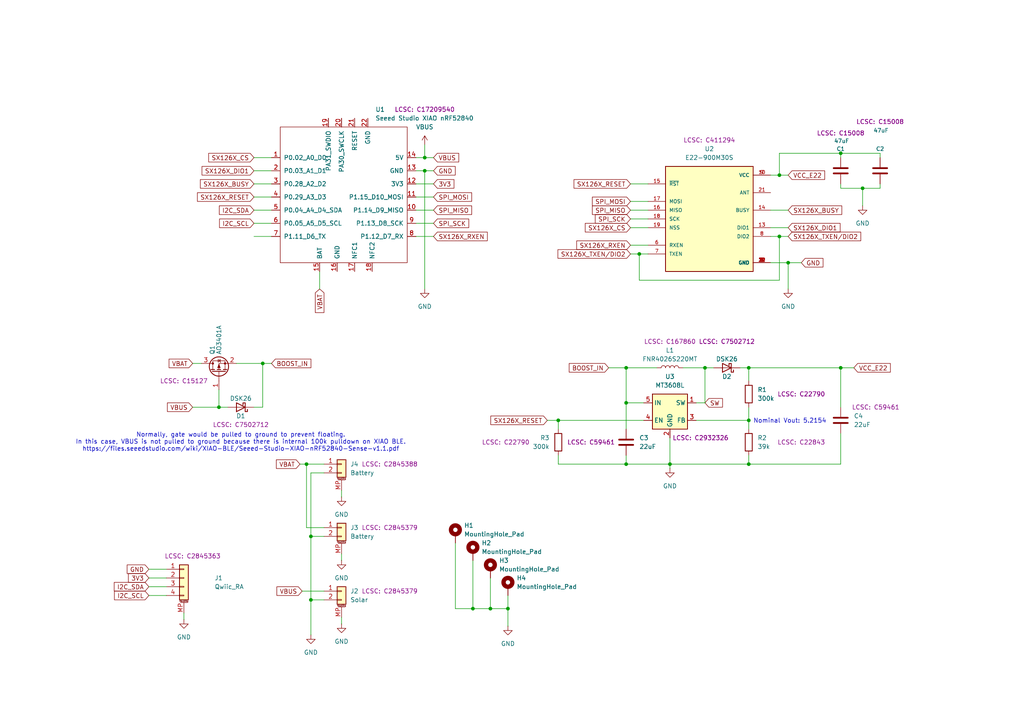
<source format=kicad_sch>
(kicad_sch (version 20250114) (generator "eeschema") (generator_version "9.0")
  (paper "A4")
  (title_block (title "Ikoka Nano Meshtastic Device") (date "2025-01-13") (rev "1") (company "ndoo.sg"))
  (lib_symbols
    (symbol "Connector_Generic_MountingPin:Conn_01x02_MountingPin" (pin_names (offset 1.016) (hide yes))
      (property "Reference" "J" (at 0 2.54 0))
      (property "Value" "Conn_01x02_MountingPin" (at 1.27 -5.08 0))
      (symbol "Conn_01x02_MountingPin_1_1"
        (rectangle (start -1.27 1.27) (end 1.27 -3.81) (stroke (width 0.254)) (fill (type background)))
        (rectangle (start -1.27 0.127) (end 0 -0.127) (stroke (width 0.1524)))
        (rectangle (start -1.27 -2.413) (end 0 -2.667) (stroke (width 0.1524)))
        (polyline (pts (xy -1.016 -4.572) (xy 1.016 -4.572)) (stroke (width 0.1524)))
        (text "Mounting" (at 0 -4.191 0) (effects (font (size 0.381 0.381))))
        (pin passive line (at -5.08 0 0) (length 3.81) (name "Pin_1") (number "1"))
        (pin passive line (at -5.08 -2.54 0) (length 3.81) (name "Pin_2") (number "2"))
        (pin passive line (at 0 -7.62 90) (length 3.048) (name "MountPin") (number "MP"))
      )
    )
    (symbol "Connector_Generic_MountingPin:Conn_01x04_MountingPin" (pin_names (offset 1.016) (hide yes))
      (property "Reference" "J" (at 0 5.08 0))
      (property "Value" "Conn_01x04_MountingPin" (at 1.27 -7.62 0))
      (symbol "Conn_01x04_MountingPin_1_1"
        (rectangle (start -1.27 3.81) (end 1.27 -6.35) (stroke (width 0.254)) (fill (type background)))
        (rectangle (start -1.27 2.667) (end 0 2.413) (stroke (width 0.1524)))
        (rectangle (start -1.27 0.127) (end 0 -0.127) (stroke (width 0.1524)))
        (rectangle (start -1.27 -2.413) (end 0 -2.667) (stroke (width 0.1524)))
        (rectangle (start -1.27 -4.953) (end 0 -5.207) (stroke (width 0.1524)))
        (polyline (pts (xy -1.016 -7.112) (xy 1.016 -7.112)) (stroke (width 0.1524)))
        (text "Mounting" (at 0 -6.731 0) (effects (font (size 0.381 0.381))))
        (pin passive line (at -5.08 2.54 0) (length 3.81) (name "Pin_1") (number "1"))
        (pin passive line (at -5.08 0 0) (length 3.81) (name "Pin_2") (number "2"))
        (pin passive line (at -5.08 -2.54 0) (length 3.81) (name "Pin_3") (number "3"))
        (pin passive line (at -5.08 -5.08 0) (length 3.81) (name "Pin_4") (number "4"))
        (pin passive line (at 0 -10.16 90) (length 3.048) (name "MountPin") (number "MP"))
      )
    )
    (symbol "Device:C" (pin_numbers (hide yes)) (pin_names (offset 0.254))
      (property "Reference" "C" (at 0.635 2.54 0))
      (property "Value" "C" (at 0.635 -2.54 0))
      (symbol "C_0_1"
        (polyline (pts (xy -2.032 0.762) (xy 2.032 0.762)) (stroke (width 0.508)))
        (polyline (pts (xy -2.032 -0.762) (xy 2.032 -0.762)) (stroke (width 0.508)))
      )
      (symbol "C_1_1"
        (pin passive line (at 0 3.81 270) (length 2.794) (name "~") (number "1"))
        (pin passive line (at 0 -3.81 90) (length 2.794) (name "~") (number "2"))
      )
    )
    (symbol "Device:D_Schottky" (pin_numbers (hide yes)) (pin_names (offset 1.016) (hide yes))
      (property "Reference" "D" (at 0 2.54 0))
      (property "Value" "D_Schottky" (at 0 -2.54 0))
      (symbol "D_Schottky_0_1"
        (polyline (pts (xy -1.905 0.635) (xy -1.905 1.27) (xy -1.27 1.27) (xy -1.27 -1.27) (xy -0.635 -1.27) (xy -0.635 -0.635)) (stroke (width 0.254)))
        (polyline (pts (xy 1.27 1.27) (xy 1.27 -1.27) (xy -1.27 0) (xy 1.27 1.27)) (stroke (width 0.254)))
        (polyline (pts (xy 1.27 0) (xy -1.27 0)))
      )
      (symbol "D_Schottky_1_1"
        (pin passive line (at -3.81 0 0) (length 2.54) (name "K") (number "1"))
        (pin passive line (at 3.81 0 180) (length 2.54) (name "A") (number "2"))
      )
    )
    (symbol "Device:L" (pin_numbers (hide yes)) (pin_names (offset 1.016) (hide yes))
      (property "Reference" "L" (at -1.27 0 90))
      (property "Value" "L" (at 1.905 0 90))
      (symbol "L_0_1"
        (arc (start 0 2.54) (mid 0.6323 1.905) (end 0 1.27))
        (arc (start 0 1.27) (mid 0.6323 0.635) (end 0 0))
        (arc (start 0 0) (mid 0.6323 -0.635) (end 0 -1.27))
        (arc (start 0 -1.27) (mid 0.6323 -1.905) (end 0 -2.54))
      )
      (symbol "L_1_1"
        (pin passive line (at 0 3.81 270) (length 1.27) (name "1") (number "1"))
        (pin passive line (at 0 -3.81 90) (length 1.27) (name "2") (number "2"))
      )
    )
    (symbol "Device:R" (pin_numbers (hide yes)) (pin_names (offset 0))
      (property "Reference" "R" (at 2.032 0 90))
      (property "Value" "R" (at 0 0 90))
      (symbol "R_0_1"
        (rectangle (start -1.016 -2.54) (end 1.016 2.54) (stroke (width 0.254)))
      )
      (symbol "R_1_1"
        (pin passive line (at 0 3.81 270) (length 1.27) (name "~") (number "1"))
        (pin passive line (at 0 -3.81 90) (length 1.27) (name "~") (number "2"))
      )
    )
    (symbol "E22-900M30S:E22-900M30S" (pin_names (offset 1.016))
      (property "Reference" "U" (at -12.7 16.002 0))
      (property "Value" "E22-900M30S" (at -12.7 -17.78 0))
      (symbol "E22-900M30S_0_0"
        (rectangle (start -12.7 -15.24) (end 12.7 15.24) (stroke (width 0.254)) (fill (type background)))
        (pin input line (at -17.78 10.16 0) (length 5.08) (name "~{RST}") (number "15"))
        (pin input line (at -17.78 5.08 0) (length 5.08) (name "MOSI") (number "17"))
        (pin output line (at -17.78 2.54 0) (length 5.08) (name "MISO") (number "16"))
        (pin input line (at -17.78 0 0) (length 5.08) (name "SCK") (number "18"))
        (pin input line (at -17.78 -2.54 0) (length 5.08) (name "NSS") (number "19"))
        (pin input line (at -17.78 -7.62 0) (length 5.08) (name "RXEN") (number "6"))
        (pin input line (at -17.78 -10.16 0) (length 5.08) (name "TXEN") (number "7"))
        (pin power_in line (at 17.78 12.7 180) (length 5.08) (name "VCC") (number "10"))
        (pin power_in line (at 17.78 12.7 180) (length 5.08) (name "VCC") (number "9"))
        (pin output line (at 17.78 7.62 180) (length 5.08) (name "ANT") (number "21"))
        (pin output line (at 17.78 2.54 180) (length 5.08) (name "BUSY") (number "14"))
        (pin bidirectional line (at 17.78 -2.54 180) (length 5.08) (name "DIO1") (number "13"))
        (pin bidirectional line (at 17.78 -5.08 180) (length 5.08) (name "DIO2") (number "8"))
        (pin power_in line (at 17.78 -12.7 180) (length 5.08) (name "GND") (number "1"))
        (pin power_in line (at 17.78 -12.7 180) (length 5.08) (name "GND") (number "11"))
        (pin power_in line (at 17.78 -12.7 180) (length 5.08) (name "GND") (number "12"))
        (pin power_in line (at 17.78 -12.7 180) (length 5.08) (name "GND") (number "2"))
        (pin power_in line (at 17.78 -12.7 180) (length 5.08) (name "GND") (number "20"))
        (pin power_in line (at 17.78 -12.7 180) (length 5.08) (name "GND") (number "22"))
        (pin power_in line (at 17.78 -12.7 180) (length 5.08) (name "GND") (number "3"))
        (pin power_in line (at 17.78 -12.7 180) (length 5.08) (name "GND") (number "4"))
        (pin power_in line (at 17.78 -12.7 180) (length 5.08) (name "GND") (number "5"))
      )
    )
    (symbol "Mechanical:MountingHole_Pad" (pin_numbers (hide yes)) (pin_names (offset 1.016) (hide yes)) (exclude_from_sim yes) (in_bom no)
      (property "Reference" "H" (at 0 6.35 0))
      (property "Value" "MountingHole_Pad" (at 0 4.445 0))
      (symbol "MountingHole_Pad_0_1"
        (circle (center 0 1.27) (radius 1.27) (stroke (width 1.27)))
      )
      (symbol "MountingHole_Pad_1_1"
        (pin input line (at 0 -2.54 90) (length 2.54) (name "1") (number "1"))
      )
    )
    (symbol "Regulator_Switching:MT3608"
      (property "Reference" "U" (at -2.54 8.89 0))
      (property "Value" "MT3608" (at -3.81 6.35 0))
      (symbol "MT3608_0_1"
        (rectangle (start -5.08 5.08) (end 5.08 -5.08) (stroke (width 0.254)) (fill (type background)))
      )
      (symbol "MT3608_1_1"
        (pin power_in line (at -7.62 2.54 0) (length 2.54) (name "IN") (number "5"))
        (pin input line (at -7.62 -2.54 0) (length 2.54) (name "EN") (number "4"))
        (pin power_in line (at 0 -7.62 90) (length 2.54) (name "GND") (number "2"))
        (pin no_connect line (at 5.08 0 180) (length 2.54) (hide yes) (name "NC") (number "6"))
        (pin passive line (at 7.62 2.54 180) (length 2.54) (name "SW") (number "1"))
        (pin input line (at 7.62 -2.54 180) (length 2.54) (name "FB") (number "3"))
      )
    )
    (symbol "Seeed_Studio_XIAO_Series:XIAO-nRF52840-SMD" (pin_names (offset 1.016))
      (property "Reference" "U" (at -18.542 23.114 0))
      (property "Value" "XIAO-nRF52840-SMD" (at -8.636 21.336 0))
      (symbol "XIAO-nRF52840-SMD_0_1"
        (rectangle (start -19.05 20.32) (end 17.78 -19.05))
      )
      (symbol "XIAO-nRF52840-SMD_1_1"
        (pin passive line (at -21.59 11.43 0) (length 2.54) (name "P0.02_A0_D0") (number "1"))
        (pin passive line (at -21.59 7.62 0) (length 2.54) (name "P0.03_A1_D1") (number "2"))
        (pin passive line (at -21.59 3.81 0) (length 2.54) (name "P0.28_A2_D2") (number "3"))
        (pin passive line (at -21.59 0 0) (length 2.54) (name "P0.29_A3_D3") (number "4"))
        (pin passive line (at -21.59 -3.81 0) (length 2.54) (name "P0.04_A4_D4_SDA") (number "5"))
        (pin passive line (at -21.59 -7.62 0) (length 2.54) (name "P0.05_A5_D5_SCL") (number "6"))
        (pin passive line (at -21.59 -11.43 0) (length 2.54) (name "P1.11_D6_TX") (number "7"))
        (pin passive line (at -7.62 -21.59 90) (length 2.54) (name "BAT") (number "15"))
        (pin passive line (at -5.08 22.86 270) (length 2.54) (name "PA31_SWDIO") (number "19"))
        (pin passive line (at -2.54 -21.59 90) (length 2.54) (name "GND") (number "16"))
        (pin passive line (at -1.27 22.86 270) (length 2.54) (name "PA30_SWCLK") (number "20"))
        (pin passive line (at 2.54 22.86 270) (length 2.54) (name "RESET") (number "21"))
        (pin passive line (at 2.54 -21.59 90) (length 2.54) (name "NFC1") (number "17"))
        (pin passive line (at 6.35 22.86 270) (length 2.54) (name "GND") (number "22"))
        (pin passive line (at 7.62 -21.59 90) (length 2.54) (name "NFC2") (number "18"))
        (pin passive line (at 20.32 11.43 180) (length 2.54) (name "5V") (number "14"))
        (pin passive line (at 20.32 7.62 180) (length 2.54) (name "GND") (number "13"))
        (pin passive line (at 20.32 3.81 180) (length 2.54) (name "3V3") (number "12"))
        (pin passive line (at 20.32 0 180) (length 2.54) (name "P1.15_D10_MOSI") (number "11"))
        (pin passive line (at 20.32 -3.81 180) (length 2.54) (name "P1.14_D9_MISO") (number "10"))
        (pin passive line (at 20.32 -7.62 180) (length 2.54) (name "P1.13_D8_SCK") (number "9"))
        (pin passive line (at 20.32 -11.43 180) (length 2.54) (name "P1.12_D7_RX") (number "8"))
      )
    )
    (symbol "Transistor_FET:AO3401A" (pin_names (hide yes))
      (property "Reference" "Q" (at 5.08 1.905 0))
      (property "Value" "AO3401A" (at 5.08 0 0))
      (symbol "AO3401A_0_1"
        (polyline (pts (xy 0.254 1.905) (xy 0.254 -1.905)) (stroke (width 0.254)))
        (polyline (pts (xy 0.254 0) (xy -2.54 0)))
        (polyline (pts (xy 0.762 2.286) (xy 0.762 1.27)) (stroke (width 0.254)))
        (polyline (pts (xy 0.762 1.778) (xy 3.302 1.778) (xy 3.302 -1.778) (xy 0.762 -1.778)))
        (polyline (pts (xy 0.762 0.508) (xy 0.762 -0.508)) (stroke (width 0.254)))
        (polyline (pts (xy 0.762 -1.27) (xy 0.762 -2.286)) (stroke (width 0.254)))
        (circle (center 1.651 0) (radius 2.794) (stroke (width 0.254)))
        (polyline (pts (xy 2.286 0) (xy 1.27 0.381) (xy 1.27 -0.381) (xy 2.286 0)) (fill (type outline)))
        (polyline (pts (xy 2.54 2.54) (xy 2.54 1.778)))
        (circle (center 2.54 1.778) (radius 0.254) (fill (type outline)))
        (circle (center 2.54 -1.778) (radius 0.254) (fill (type outline)))
        (polyline (pts (xy 2.54 -2.54) (xy 2.54 0) (xy 0.762 0)))
        (polyline (pts (xy 2.794 -0.508) (xy 2.921 -0.381) (xy 3.683 -0.381) (xy 3.81 -0.254)))
        (polyline (pts (xy 3.302 -0.381) (xy 2.921 0.254) (xy 3.683 0.254) (xy 3.302 -0.381)))
      )
      (symbol "AO3401A_1_1"
        (pin input line (at -5.08 0 0) (length 2.54) (name "G") (number "1"))
        (pin passive line (at 2.54 5.08 270) (length 2.54) (name "D") (number "3"))
        (pin passive line (at 2.54 -5.08 90) (length 2.54) (name "S") (number "2"))
      )
    )
    (symbol "power:GND" (power) (pin_numbers (hide yes)) (pin_names (offset 0) (hide yes))
      (property "Value" "GND" (at 0 -3.81 0))
      (symbol "GND_0_1"
        (polyline (pts (xy 0 0) (xy 0 -1.27) (xy 1.27 -1.27) (xy 0 -2.54) (xy -1.27 -1.27) (xy 0 -1.27)))
      )
      (symbol "GND_1_1"
        (pin power_in line (at 0 0 270) (length 0) (name "~") (number "1"))
      )
    )
    (symbol "power:VBUS" (power) (pin_numbers (hide yes)) (pin_names (offset 0) (hide yes))
      (property "Value" "VBUS" (at 0 3.556 0))
      (symbol "VBUS_0_1"
        (polyline (pts (xy -0.762 1.27) (xy 0 2.54)))
        (polyline (pts (xy 0 2.54) (xy 0.762 1.27)))
        (polyline (pts (xy 0 0) (xy 0 2.54)))
      )
      (symbol "VBUS_1_1"
        (pin power_in line (at 0 0 90) (length 0) (name "~") (number "1"))
      )
    )
  )
  (text "Nominal Vout: 5.2154" (at 229.108 122.174 0) (effects (font (size 1.27 1.27))))
  (text "Normally, gate would be pulled to ground to prevent floating.\nIn this case, VBUS is not pulled to ground because there is internal 100k pulldown on XIAO BLE.\nhttps://files.seeedstudio.com/wiki/XIAO-BLE/Seeed-Studio-XIAO-nRF52840-Sense-v1.1.pdf" (at 69.85 128.27 0) (effects (font (size 1.27 1.27))))
  (junction (at 217.17 134.62))
  (junction (at 123.19 45.72))
  (junction (at 142.24 176.53))
  (junction (at 90.17 173.99))
  (junction (at 243.84 44.45))
  (junction (at 250.19 54.61))
  (junction (at 76.2 105.41))
  (junction (at 137.16 176.53))
  (junction (at 88.9 134.62))
  (junction (at 226.06 68.58))
  (junction (at 181.61 106.68))
  (junction (at 90.17 155.575))
  (junction (at 204.47 106.68))
  (junction (at 181.61 134.62))
  (junction (at 194.31 134.62))
  (junction (at 123.19 49.53))
  (junction (at 147.32 176.53))
  (junction (at 181.61 116.84))
  (junction (at 243.84 106.68))
  (junction (at 161.925 121.92))
  (junction (at 228.6 76.2))
  (junction (at 226.06 50.8))
  (junction (at 185.42 73.66))
  (junction (at 217.17 106.68))
  (junction (at 217.17 121.92))
  (junction (at 63.5 118.11))
  (wire (pts (xy 132.08 176.53) (xy 137.16 176.53)))
  (wire (pts (xy 76.2 105.41) (xy 76.2 118.11)))
  (wire (pts (xy 201.93 116.84) (xy 204.47 116.84)))
  (wire (pts (xy 181.61 132.08) (xy 181.61 134.62)))
  (wire (pts (xy 86.995 134.62) (xy 88.9 134.62)))
  (wire (pts (xy 255.27 44.45) (xy 255.27 45.72)))
  (wire (pts (xy 226.06 68.58) (xy 228.6 68.58)))
  (wire (pts (xy 43.18 172.72) (xy 48.26 172.72)))
  (wire (pts (xy 161.925 132.08) (xy 161.925 134.62)))
  (wire (pts (xy 243.84 134.62) (xy 217.17 134.62)))
  (wire (pts (xy 147.32 172.72) (xy 147.32 176.53)))
  (wire (pts (xy 201.93 121.92) (xy 217.17 121.92)))
  (wire (pts (xy 161.925 121.92) (xy 161.925 124.46)))
  (wire (pts (xy 226.06 50.8) (xy 226.06 44.45)))
  (wire (pts (xy 255.27 54.61) (xy 255.27 53.34)))
  (wire (pts (xy 243.84 125.73) (xy 243.84 134.62)))
  (wire (pts (xy 147.32 176.53) (xy 147.32 181.61)))
  (wire (pts (xy 217.17 121.92) (xy 217.17 118.11)))
  (wire (pts (xy 73.66 68.58) (xy 78.74 68.58)))
  (wire (pts (xy 68.58 105.41) (xy 76.2 105.41)))
  (wire (pts (xy 243.84 54.61) (xy 250.19 54.61)))
  (wire (pts (xy 181.61 134.62) (xy 194.31 134.62)))
  (wire (pts (xy 185.42 73.66) (xy 187.96 73.66)))
  (wire (pts (xy 223.52 50.8) (xy 226.06 50.8)))
  (wire (pts (xy 88.9 153.035) (xy 93.98 153.035)))
  (wire (pts (xy 120.65 64.77) (xy 125.73 64.77)))
  (wire (pts (xy 76.2 118.11) (xy 73.66 118.11)))
  (wire (pts (xy 217.17 110.49) (xy 217.17 106.68)))
  (wire (pts (xy 182.88 53.34) (xy 187.96 53.34)))
  (wire (pts (xy 120.65 45.72) (xy 123.19 45.72)))
  (wire (pts (xy 190.5 106.68) (xy 181.61 106.68)))
  (wire (pts (xy 142.24 167.64) (xy 142.24 176.53)))
  (wire (pts (xy 120.65 57.15) (xy 125.73 57.15)))
  (wire (pts (xy 120.65 60.96) (xy 125.73 60.96)))
  (wire (pts (xy 181.61 106.68) (xy 181.61 116.84)))
  (wire (pts (xy 185.42 73.66) (xy 185.42 81.28)))
  (wire (pts (xy 123.19 45.72) (xy 125.73 45.72)))
  (wire (pts (xy 73.66 53.34) (xy 78.74 53.34)))
  (wire (pts (xy 182.88 60.96) (xy 187.96 60.96)))
  (wire (pts (xy 90.17 137.16) (xy 90.17 155.575)))
  (wire (pts (xy 43.18 167.64) (xy 48.26 167.64)))
  (wire (pts (xy 88.9 134.62) (xy 88.9 153.035)))
  (wire (pts (xy 92.71 78.74) (xy 92.71 83.82)))
  (wire (pts (xy 243.84 54.61) (xy 243.84 53.34)))
  (wire (pts (xy 181.61 116.84) (xy 181.61 124.46)))
  (wire (pts (xy 181.61 116.84) (xy 186.69 116.84)))
  (wire (pts (xy 223.52 60.96) (xy 228.6 60.96)))
  (wire (pts (xy 250.19 54.61) (xy 250.19 59.69)))
  (wire (pts (xy 250.19 54.61) (xy 255.27 54.61)))
  (wire (pts (xy 87.63 171.45) (xy 93.98 171.45)))
  (wire (pts (xy 217.17 106.68) (xy 243.84 106.68)))
  (wire (pts (xy 73.66 45.72) (xy 78.74 45.72)))
  (wire (pts (xy 158.75 121.92) (xy 161.925 121.92)))
  (wire (pts (xy 243.84 106.68) (xy 243.84 118.11)))
  (wire (pts (xy 93.98 155.575) (xy 90.17 155.575)))
  (wire (pts (xy 204.47 116.84) (xy 204.47 106.68)))
  (wire (pts (xy 217.17 106.68) (xy 214.63 106.68)))
  (wire (pts (xy 194.31 127) (xy 194.31 134.62)))
  (wire (pts (xy 182.88 63.5) (xy 187.96 63.5)))
  (wire (pts (xy 176.53 106.68) (xy 181.61 106.68)))
  (wire (pts (xy 137.16 176.53) (xy 142.24 176.53)))
  (wire (pts (xy 137.16 162.56) (xy 137.16 176.53)))
  (wire (pts (xy 93.98 134.62) (xy 88.9 134.62)))
  (wire (pts (xy 43.18 165.1) (xy 48.26 165.1)))
  (wire (pts (xy 228.6 76.2) (xy 228.6 83.82)))
  (wire (pts (xy 204.47 106.68) (xy 198.12 106.68)))
  (wire (pts (xy 182.88 66.04) (xy 187.96 66.04)))
  (wire (pts (xy 228.6 76.2) (xy 232.41 76.2)))
  (wire (pts (xy 243.84 106.68) (xy 247.65 106.68)))
  (wire (pts (xy 161.925 121.92) (xy 186.69 121.92)))
  (wire (pts (xy 120.65 53.34) (xy 125.73 53.34)))
  (wire (pts (xy 99.06 179.07) (xy 99.06 180.975)))
  (wire (pts (xy 217.17 132.08) (xy 217.17 134.62)))
  (wire (pts (xy 73.66 49.53) (xy 78.74 49.53)))
  (wire (pts (xy 182.88 58.42) (xy 187.96 58.42)))
  (wire (pts (xy 223.52 66.04) (xy 228.6 66.04)))
  (wire (pts (xy 53.34 177.8) (xy 53.34 179.705)))
  (wire (pts (xy 55.88 105.41) (xy 58.42 105.41)))
  (wire (pts (xy 217.17 121.92) (xy 217.17 124.46)))
  (wire (pts (xy 55.88 118.11) (xy 63.5 118.11)))
  (wire (pts (xy 73.66 64.77) (xy 78.74 64.77)))
  (wire (pts (xy 120.65 49.53) (xy 123.19 49.53)))
  (wire (pts (xy 182.88 73.66) (xy 185.42 73.66)))
  (wire (pts (xy 132.08 157.48) (xy 132.08 176.53)))
  (wire (pts (xy 204.47 106.68) (xy 207.01 106.68)))
  (wire (pts (xy 76.2 105.41) (xy 78.74 105.41)))
  (wire (pts (xy 43.18 170.18) (xy 48.26 170.18)))
  (wire (pts (xy 90.17 173.99) (xy 93.98 173.99)))
  (wire (pts (xy 63.5 118.11) (xy 66.04 118.11)))
  (wire (pts (xy 223.52 76.2) (xy 228.6 76.2)))
  (wire (pts (xy 93.98 137.16) (xy 90.17 137.16)))
  (wire (pts (xy 73.66 57.15) (xy 78.74 57.15)))
  (wire (pts (xy 217.17 134.62) (xy 194.31 134.62)))
  (wire (pts (xy 185.42 81.28) (xy 226.06 81.28)))
  (wire (pts (xy 90.17 173.99) (xy 90.17 184.15)))
  (wire (pts (xy 123.19 49.53) (xy 125.73 49.53)))
  (wire (pts (xy 99.06 142.24) (xy 99.06 144.145)))
  (wire (pts (xy 255.27 44.45) (xy 243.84 44.45)))
  (wire (pts (xy 120.65 68.58) (xy 125.73 68.58)))
  (wire (pts (xy 123.19 41.91) (xy 123.19 45.72)))
  (wire (pts (xy 142.24 176.53) (xy 147.32 176.53)))
  (wire (pts (xy 243.84 45.72) (xy 243.84 44.45)))
  (wire (pts (xy 161.925 134.62) (xy 181.61 134.62)))
  (wire (pts (xy 226.06 81.28) (xy 226.06 68.58)))
  (wire (pts (xy 90.17 155.575) (xy 90.17 173.99)))
  (wire (pts (xy 123.19 49.53) (xy 123.19 83.82)))
  (wire (pts (xy 226.06 50.8) (xy 228.6 50.8)))
  (wire (pts (xy 226.06 44.45) (xy 243.84 44.45)))
  (wire (pts (xy 73.66 60.96) (xy 78.74 60.96)))
  (wire (pts (xy 194.31 134.62) (xy 194.31 135.89)))
  (wire (pts (xy 99.06 160.655) (xy 99.06 162.56)))
  (wire (pts (xy 223.52 68.58) (xy 226.06 68.58)))
  (wire (pts (xy 182.88 71.12) (xy 187.96 71.12)))
  (wire (pts (xy 63.5 113.03) (xy 63.5 118.11)))
  (global_label "VBAT" (shape input) (at 92.71 83.82 270) (property "Intersheetrefs" "${INTERSHEET_REFS}" (effects (hide yes))))
  (global_label "BOOST_IN" (shape input) (at 176.53 106.68 180) (property "Intersheetrefs" "${INTERSHEET_REFS}" (effects (hide yes))))
  (global_label "SPI_MOSI" (shape input) (at 125.73 57.15 0) (property "Intersheetrefs" "${INTERSHEET_REFS}" (effects (hide yes))))
  (global_label "I2C_SCL" (shape input) (at 73.66 64.77 180) (property "Intersheetrefs" "${INTERSHEET_REFS}" (effects (hide yes))))
  (global_label "SX126X_BUSY" (shape input) (at 228.6 60.96 0) (property "Intersheetrefs" "${INTERSHEET_REFS}" (effects (hide yes))))
  (global_label "GND" (shape input) (at 232.41 76.2 0) (property "Intersheetrefs" "${INTERSHEET_REFS}" (effects (hide yes))))
  (global_label "SX126X_RXEN" (shape input) (at 182.88 71.12 180) (property "Intersheetrefs" "${INTERSHEET_REFS}" (effects (hide yes))))
  (global_label "SX126X_DIO1" (shape input) (at 228.6 66.04 0) (property "Intersheetrefs" "${INTERSHEET_REFS}" (effects (hide yes))))
  (global_label "SX126X_DIO1" (shape input) (at 73.66 49.53 180) (property "Intersheetrefs" "${INTERSHEET_REFS}" (effects (hide yes))))
  (global_label "SX126X_BUSY" (shape input) (at 73.66 53.34 180) (property "Intersheetrefs" "${INTERSHEET_REFS}" (effects (hide yes))))
  (global_label "SPI_SCK" (shape input) (at 182.88 63.5 180) (property "Intersheetrefs" "${INTERSHEET_REFS}" (effects (hide yes))))
  (global_label "VBAT" (shape input) (at 86.995 134.62 180) (property "Intersheetrefs" "${INTERSHEET_REFS}" (effects (hide yes))))
  (global_label "SX126X_CS" (shape input) (at 182.88 66.04 180) (property "Intersheetrefs" "${INTERSHEET_REFS}" (effects (hide yes))))
  (global_label "GND" (shape input) (at 43.18 165.1 180) (property "Intersheetrefs" "${INTERSHEET_REFS}" (effects (hide yes))))
  (global_label "SPI_MISO" (shape input) (at 182.88 60.96 180) (property "Intersheetrefs" "${INTERSHEET_REFS}" (effects (hide yes))))
  (global_label "3V3" (shape input) (at 125.73 53.34 0) (property "Intersheetrefs" "${INTERSHEET_REFS}" (effects (hide yes))))
  (global_label "VBAT" (shape input) (at 55.88 105.41 180) (property "Intersheetrefs" "${INTERSHEET_REFS}" (effects (hide yes))))
  (global_label "3V3" (shape input) (at 43.18 167.64 180) (property "Intersheetrefs" "${INTERSHEET_REFS}" (effects (hide yes))))
  (global_label "SX126X_TXEN{slash}DIO2" (shape input) (at 228.6 68.58 0) (property "Intersheetrefs" "${INTERSHEET_REFS}" (effects (hide yes))))
  (global_label "VCC_E22" (shape input) (at 228.6 50.8 0) (property "Intersheetrefs" "${INTERSHEET_REFS}" (effects (hide yes))))
  (global_label "I2C_SDA" (shape input) (at 43.18 170.18 180) (property "Intersheetrefs" "${INTERSHEET_REFS}" (effects (hide yes))))
  (global_label "VCC_E22" (shape input) (at 247.65 106.68 0) (property "Intersheetrefs" "${INTERSHEET_REFS}" (effects (hide yes))))
  (global_label "SX126X_TXEN{slash}DIO2" (shape input) (at 182.88 73.66 180) (property "Intersheetrefs" "${INTERSHEET_REFS}" (effects (hide yes))))
  (global_label "SX126X_RXEN" (shape input) (at 125.73 68.58 0) (property "Intersheetrefs" "${INTERSHEET_REFS}" (effects (hide yes))))
  (global_label "BOOST_IN" (shape input) (at 78.74 105.41 0) (property "Intersheetrefs" "${INTERSHEET_REFS}" (effects (hide yes))))
  (global_label "SPI_MISO" (shape input) (at 125.73 60.96 0) (property "Intersheetrefs" "${INTERSHEET_REFS}" (effects (hide yes))))
  (global_label "I2C_SDA" (shape input) (at 73.66 60.96 180) (property "Intersheetrefs" "${INTERSHEET_REFS}" (effects (hide yes))))
  (global_label "SX126X_RESET" (shape input) (at 158.75 121.92 180) (property "Intersheetrefs" "${INTERSHEET_REFS}" (effects (hide yes))))
  (global_label "SX126X_RESET" (shape input) (at 182.88 53.34 180) (property "Intersheetrefs" "${INTERSHEET_REFS}" (effects (hide yes))))
  (global_label "SPI_MOSI" (shape input) (at 182.88 58.42 180) (property "Intersheetrefs" "${INTERSHEET_REFS}" (effects (hide yes))))
  (global_label "VBUS" (shape input) (at 55.88 118.11 180) (property "Intersheetrefs" "${INTERSHEET_REFS}" (effects (hide yes))))
  (global_label "I2C_SCL" (shape input) (at 43.18 172.72 180) (property "Intersheetrefs" "${INTERSHEET_REFS}" (effects (hide yes))))
  (global_label "SW" (shape input) (at 204.47 116.84 0) (property "Intersheetrefs" "${INTERSHEET_REFS}" (effects (hide yes))))
  (global_label "VBUS" (shape input) (at 87.63 171.45 180) (property "Intersheetrefs" "${INTERSHEET_REFS}" (effects (hide yes))))
  (global_label "SPI_SCK" (shape input) (at 125.73 64.77 0) (property "Intersheetrefs" "${INTERSHEET_REFS}" (effects (hide yes))))
  (global_label "GND" (shape input) (at 125.73 49.53 0) (property "Intersheetrefs" "${INTERSHEET_REFS}" (effects (hide yes))))
  (global_label "VBUS" (shape input) (at 125.73 45.72 0) (property "Intersheetrefs" "${INTERSHEET_REFS}" (effects (hide yes))))
  (global_label "SX126X_RESET" (shape input) (at 73.66 57.15 180) (property "Intersheetrefs" "${INTERSHEET_REFS}" (effects (hide yes))))
  (global_label "SX126X_CS" (shape input) (at 73.66 45.72 180) (property "Intersheetrefs" "${INTERSHEET_REFS}" (effects (hide yes))))
  (symbol (lib_id "Device:L") (at 194.31 106.68 90) (unit 1)
    (property "Reference" "L1" (at 194.31 101.6 90))
    (property "Value" "FNR4026S220MT" (at 194.31 104.14 90))
    (property "Footprint" "Inductor_SMD:L_Changjiang_FNR4026S" (effects (hide yes)))
    (property "Description" "Inductor" (effects (hide yes)))
    (property "MPN" "SMMS0650-220M" (effects (hide yes)))
    (property "LCSC" "C167860" (at 194.31 99.06 90) (show_name yes))
  )
  (symbol (lib_id "Connector_Generic_MountingPin:Conn_01x02_MountingPin") (at 99.06 153.035 0) (unit 1)
    (property "Reference" "J3" (at 101.6 153.0349 0) (effects (justify left)))
    (property "Value" "Battery" (at 101.6 155.5749 0) (effects (justify left)))
    (property "Footprint" "Connector_Molex:Molex_PicoBlade_53261-0271_1x02-1MP_P1.25mm_Horizontal" (effects (hide yes)))
    (property "Description" "Generic connectable mounting pin connector, single row, 01x02, script generated (kicad-library-utils/schlib/autogen/connector/)" (effects (hide yes)))
    (property "LCSC" "C2845379" (at 113.03 153.035 0) (show_name yes))
  )
  (symbol (lib_id "Device:D_Schottky") (at 210.82 106.68 180) (unit 1)
    (property "Reference" "D2" (at 210.82 109.22 0))
    (property "Value" "DSK26" (at 210.82 104.14 0))
    (property "Footprint" "Diode_SMD:D_SOD-123F" (effects (hide yes)))
    (property "Description" "Schottky diode" (effects (hide yes)))
    (property "LCSC" "C7502712" (at 210.82 99.06 0) (show_name yes))
  )
  (symbol (lib_id "Device:D_Schottky") (at 69.85 118.11 180) (unit 1)
    (property "Reference" "D1" (at 69.85 120.65 0))
    (property "Value" "DSK26" (at 69.85 115.57 0))
    (property "Footprint" "Diode_SMD:D_SOD-123F" (effects (hide yes)))
    (property "Description" "Schottky diode" (effects (hide yes)))
    (property "LCSC" "C7502712" (at 69.85 123.19 0) (show_name yes))
  )
  (symbol (lib_id "Device:R") (at 161.925 128.27 0) (mirror y) (unit 1)
    (property "Reference" "R3" (at 159.385 126.9999 0) (effects (justify left)))
    (property "Value" "300k" (at 159.385 129.5399 0) (effects (justify left)))
    (property "Footprint" "Resistor_SMD:R_0603_1608Metric_Pad0.98x0.95mm_HandSolder" (effects (hide yes)))
    (property "Description" "Resistor" (effects (hide yes)))
    (property "MPN" "0603WAF1502T5E" (effects (hide yes)))
    (property "LCSC" "C22790" (at 146.685 128.27 0) (show_name yes))
  )
  (symbol (lib_id "Device:R") (at 217.17 128.27 0) (unit 1)
    (property "Reference" "R2" (at 219.71 126.9999 0) (effects (justify left)))
    (property "Value" "39k" (at 219.71 129.5399 0) (effects (justify left)))
    (property "Footprint" "Resistor_SMD:R_0603_1608Metric_Pad0.98x0.95mm_HandSolder" (effects (hide yes)))
    (property "Description" "Resistor" (effects (hide yes)))
    (property "MPN" "0603WAF1871T5E" (effects (hide yes)))
    (property "LCSC" "C22843" (at 232.41 128.27 0) (show_name yes))
  )
  (symbol (lib_id "power:GND") (at 147.32 181.61 0) (unit 1)
    (property "Reference" "#PWR06" (effects (hide yes)))
    (property "Value" "GND" (at 147.32 186.69 0))
    (property "Description" "Power symbol creates a global label with name \"GND\" , ground" (effects (hide yes)))
  )
  (symbol (lib_id "Mechanical:MountingHole_Pad") (at 147.32 170.18 0) (unit 1) (exclude_from_sim yes) (in_bom no)
    (property "Reference" "H4" (at 149.86 167.6399 0) (effects (justify left)))
    (property "Value" "MountingHole_Pad" (at 149.86 170.1799 0) (effects (justify left)))
    (property "Footprint" "MountingHole:MountingHole_2.7mm_M2.5_Pad_Via" (effects (hide yes)))
    (property "Description" "Mounting Hole with connection" (effects (hide yes)))
  )
  (symbol (lib_id "power:GND") (at 99.06 144.145 0) (unit 1)
    (property "Reference" "#PWR09" (effects (hide yes)))
    (property "Value" "GND" (at 99.06 149.225 0))
    (property "Description" "Power symbol creates a global label with name \"GND\" , ground" (effects (hide yes)))
  )
  (symbol (lib_id "power:GND") (at 99.06 162.56 0) (unit 1)
    (property "Reference" "#PWR08" (effects (hide yes)))
    (property "Value" "GND" (at 99.06 167.64 0))
    (property "Description" "Power symbol creates a global label with name \"GND\" , ground" (effects (hide yes)))
  )
  (symbol (lib_id "power:GND") (at 250.19 59.69 0) (unit 1)
    (property "Reference" "#PWR01" (effects (hide yes)))
    (property "Value" "GND" (at 250.19 64.77 0))
    (property "Description" "Power symbol creates a global label with name \"GND\" , ground" (effects (hide yes)))
  )
  (symbol (lib_id "Mechanical:MountingHole_Pad") (at 132.08 154.94 0) (unit 1) (exclude_from_sim yes) (in_bom no)
    (property "Reference" "H1" (at 134.62 152.3999 0) (effects (justify left)))
    (property "Value" "MountingHole_Pad" (at 134.62 154.9399 0) (effects (justify left)))
    (property "Footprint" "MountingHole:MountingHole_2.7mm_M2.5_Pad_Via" (effects (hide yes)))
    (property "Description" "Mounting Hole with connection" (effects (hide yes)))
  )
  (symbol (lib_id "Mechanical:MountingHole_Pad") (at 137.16 160.02 0) (unit 1) (exclude_from_sim yes) (in_bom no)
    (property "Reference" "H2" (at 139.7 157.4799 0) (effects (justify left)))
    (property "Value" "MountingHole_Pad" (at 139.7 160.0199 0) (effects (justify left)))
    (property "Footprint" "MountingHole:MountingHole_2.7mm_M2.5_Pad_Via" (effects (hide yes)))
    (property "Description" "Mounting Hole with connection" (effects (hide yes)))
  )
  (symbol (lib_id "power:GND") (at 123.19 83.82 0) (unit 1)
    (property "Reference" "#PWR05" (effects (hide yes)))
    (property "Value" "GND" (at 123.19 88.9 0))
    (property "Description" "Power symbol creates a global label with name \"GND\" , ground" (effects (hide yes)))
  )
  (symbol (lib_id "Mechanical:MountingHole_Pad") (at 142.24 165.1 0) (unit 1) (exclude_from_sim yes) (in_bom no)
    (property "Reference" "H3" (at 144.78 162.5599 0) (effects (justify left)))
    (property "Value" "MountingHole_Pad" (at 144.78 165.0999 0) (effects (justify left)))
    (property "Footprint" "MountingHole:MountingHole_2.7mm_M2.5_Pad_Via" (effects (hide yes)))
    (property "Description" "Mounting Hole with connection" (effects (hide yes)))
  )
  (symbol (lib_id "Device:C") (at 243.84 121.92 0) (unit 1)
    (property "Reference" "C4" (at 247.65 120.6499 0) (effects (justify left)))
    (property "Value" "22uF" (at 247.65 123.1899 0) (effects (justify left)))
    (property "Footprint" "Capacitor_SMD:C_0603_1608Metric_Pad1.08x0.95mm_HandSolder" (effects (hide yes)))
    (property "Description" "Unpolarized capacitor" (effects (hide yes)))
    (property "MPN" "CL10A226MQ8NRNC" (effects (hide yes)))
    (property "LCSC" "C59461" (at 254 118.11 0) (show_name yes))
  )
  (symbol (lib_id "Connector_Generic_MountingPin:Conn_01x04_MountingPin") (at 53.34 167.64 0) (unit 1)
    (property "Reference" "J1" (at 62.23 167.64 0) (effects (justify left)))
    (property "Value" "Qwiic_RA" (at 62.23 170.18 0) (effects (justify left)))
    (property "Footprint" "Connector_JST:JST_SH_SM04B-SRSS-TB_1x04-1MP_P1.00mm_Horizontal" (effects (hide yes)))
    (property "Description" "Generic connectable mounting pin connector, single row, 01x04, script generated (kicad-library-utils/schlib/autogen/connector/)" (effects (hide yes)))
    (property "PROD_ID" "CONN-13694" (effects (hide yes)))
    (property "LCSC" "C2845363" (at 55.88 161.29 0) (show_name yes))
  )
  (symbol (lib_id "Regulator_Switching:MT3608") (at 194.31 119.38 0) (unit 1)
    (property "Reference" "U3" (at 194.31 109.22 0))
    (property "Value" "MT3608L" (at 194.31 111.76 0))
    (property "Footprint" "Package_TO_SOT_SMD:SOT-23-6" (effects (hide yes)))
    (property "Datasheet" "https://www.olimex.com/Products/Breadboarding/BB-PWR-3608/resources/MT3608.pdf" (effects (hide yes)))
    (property "Description" "High Efficiency 1.2MHz 2A Step Up Converter, 2-24V Vin, 28V Vout, 4A current limit, 1.2MHz, SOT23-6" (effects (hide yes)))
    (property "LCSC" "C2932326" (at 203.2 127 0) (show_name yes))
  )
  (symbol (lib_id "power:VBUS") (at 123.19 41.91 0) (unit 1)
    (property "Reference" "#PWR02" (effects (hide yes)))
    (property "Value" "VBUS" (at 123.19 36.83 0))
    (property "Description" "Power symbol creates a global label with name \"VBUS\"" (effects (hide yes)))
  )
  (symbol (lib_id "Transistor_FET:AO3401A") (at 63.5 107.95 90) (unit 1)
    (property "Reference" "Q1" (at 61.595 102.87 0) (effects (justify left)))
    (property "Value" "AO3401A" (at 63.5 102.87 0) (effects (justify left)))
    (property "Footprint" "Package_TO_SOT_SMD:SOT-23" (effects (hide yes)))
    (property "Datasheet" "http://www.aosmd.com/pdfs/datasheet/AO3401A.pdf" (effects (hide yes)))
    (property "Description" "-4.0A Id, -30V Vds, P-Channel MOSFET, SOT-23" (effects (hide yes)))
    (property "LCSC" "C15127" (at 53.34 110.49 90) (show_name yes))
  )
  (symbol (lib_id "Device:C") (at 255.27 49.53 180) (unit 1)
    (property "Reference" "C2" (at 255.27 43.18 0) (effects (font (size 1.143 1.143))))
    (property "Value" "47uF" (at 255.524 37.846 0) (effects (font (size 1.143 1.143))))
    (property "Footprint" "Capacitor_SMD:C_0805_2012Metric_Pad1.18x1.45mm_HandSolder" (effects (hide yes)))
    (property "Description" "Unpolarized capacitor" (effects (hide yes)))
    (property "MPN" "CL31A107MQHNNNE" (effects (hide yes)))
    (property "LCSC" "C15008" (at 255.27 35.306 0) (show_name yes))
  )
  (symbol (lib_id "power:GND") (at 53.34 179.705 0) (unit 1)
    (property "Reference" "#PWR011" (effects (hide yes)))
    (property "Value" "GND" (at 53.34 184.785 0))
    (property "Description" "Power symbol creates a global label with name \"GND\" , ground" (effects (hide yes)))
  )
  (symbol (lib_id "Connector_Generic_MountingPin:Conn_01x02_MountingPin") (at 99.06 171.45 0) (unit 1)
    (property "Reference" "J2" (at 101.6 171.4499 0) (effects (justify left)))
    (property "Value" "Solar" (at 101.6 173.9899 0) (effects (justify left)))
    (property "Footprint" "Connector_Molex:Molex_PicoBlade_53261-0271_1x02-1MP_P1.25mm_Horizontal" (effects (hide yes)))
    (property "Description" "Generic connectable mounting pin connector, single row, 01x02, script generated (kicad-library-utils/schlib/autogen/connector/)" (effects (hide yes)))
    (property "LCSC" "C2845379" (at 113.03 171.45 0) (show_name yes))
  )
  (symbol (lib_id "power:GND") (at 194.31 135.89 0) (unit 1)
    (property "Reference" "#PWR07" (effects (hide yes)))
    (property "Value" "GND" (at 194.31 140.97 0))
    (property "Description" "Power symbol creates a global label with name \"GND\" , ground" (effects (hide yes)))
  )
  (symbol (lib_id "Device:R") (at 217.17 114.3 0) (unit 1)
    (property "Reference" "R1" (at 219.71 113.0299 0) (effects (justify left)))
    (property "Value" "300k" (at 219.71 115.5699 0) (effects (justify left)))
    (property "Footprint" "Resistor_SMD:R_0603_1608Metric_Pad0.98x0.95mm_HandSolder" (effects (hide yes)))
    (property "Description" "Resistor" (effects (hide yes)))
    (property "MPN" "0603WAF1502T5E" (effects (hide yes)))
    (property "LCSC" "C22790" (at 232.41 114.3 0) (show_name yes))
  )
  (symbol (lib_id "power:GND") (at 228.6 83.82 0) (unit 1)
    (property "Reference" "#PWR04" (effects (hide yes)))
    (property "Value" "GND" (at 228.6 88.9 0))
    (property "Description" "Power symbol creates a global label with name \"GND\" , ground" (effects (hide yes)))
  )
  (symbol (lib_id "Device:C") (at 181.61 128.27 0) (unit 1)
    (property "Reference" "C3" (at 185.42 126.9999 0) (effects (justify left)))
    (property "Value" "22uF" (at 185.42 129.5399 0) (effects (justify left)))
    (property "Footprint" "Capacitor_SMD:C_0603_1608Metric_Pad1.08x0.95mm_HandSolder" (effects (hide yes)))
    (property "Description" "Unpolarized capacitor" (effects (hide yes)))
    (property "MPN" "CL10A226MQ8NRNC" (effects (hide yes)))
    (property "LCSC" "C59461" (at 171.45 128.27 0) (show_name yes))
  )
  (symbol (lib_id "E22-900M30S:E22-900M30S") (at 205.74 63.5 0) (unit 1)
    (property "Reference" "U2" (at 205.74 43.18 0))
    (property "Value" "E22-900M30S" (at 205.74 45.72 0))
    (property "Footprint" "E22-900M30S:XCVR_E22-900M30S" (effects (hide yes)))
    (property "Description" "SX1262 868/915 MHz 1w SPI LoRa Module" (effects (hide yes)))
    (property "MF" "EBYTE" (effects (hide yes)))
    (property "MAXIMUM_PACKAGE_HEIGHT" "3.97 mm" (effects (hide yes)))
    (property "Package" "Package" (effects (hide yes)))
    (property "Price" "None" (effects (hide yes)))
    (property "Check_prices" "https://www.snapeda.com/parts/E22-900M30S/EBYTE/view-part/?ref=eda" (effects (hide yes)))
    (property "STANDARD" "Manufacturer Recommendations" (effects (hide yes)))
    (property "PARTREV" "1.2" (effects (hide yes)))
    (property "SnapEDA_Link" "https://www.snapeda.com/parts/E22-900M30S/EBYTE/view-part/?ref=snap" (effects (hide yes)))
    (property "MP" "E22-900M30S" (effects (hide yes)))
    (property "Availability" "Not in stock" (effects (hide yes)))
    (property "MANUFACTURER" "EBYTE" (effects (hide yes)))
    (property "LCSC" "C411294" (at 205.74 40.64 0) (show_name yes))
    (property "Description_1" "\nSX1262 868/915 MHz 1w SPI LoRa Module\n" (effects (hide yes)))
  )
  (symbol (lib_id "power:GND") (at 99.06 180.975 0) (unit 1)
    (property "Reference" "#PWR010" (effects (hide yes)))
    (property "Value" "GND" (at 99.06 186.055 0))
    (property "Description" "Power symbol creates a global label with name \"GND\" , ground" (effects (hide yes)))
  )
  (symbol (lib_id "power:GND") (at 90.17 184.15 0) (unit 1)
    (property "Reference" "#PWR03" (effects (hide yes)))
    (property "Value" "GND" (at 90.17 189.23 0))
    (property "Description" "Power symbol creates a global label with name \"GND\" , ground" (effects (hide yes)))
  )
  (symbol (lib_id "Device:C") (at 243.84 49.53 180) (unit 1)
    (property "Reference" "C1" (at 243.84 43.18 0) (effects (font (size 1.143 1.143))))
    (property "Value" "47uF" (at 244.094 40.894 0) (effects (font (size 1.143 1.143))))
    (property "Footprint" "Capacitor_SMD:C_0805_2012Metric_Pad1.18x1.45mm_HandSolder" (effects (hide yes)))
    (property "Description" "Unpolarized capacitor" (effects (hide yes)))
    (property "MPN" "CL31A107MQHNNNE" (effects (hide yes)))
    (property "LCSC" "C15008" (at 243.84 38.608 0) (show_name yes))
  )
  (symbol (lib_id "Seeed_Studio_XIAO_Series:XIAO-nRF52840-SMD") (at 100.33 57.15 0) (unit 1)
    (property "Reference" "U1" (at 108.8741 31.75 0) (effects (justify left)))
    (property "Value" "Seeed Studio XIAO nRF52840" (at 108.8741 34.29 0) (effects (justify left)))
    (property "Footprint" "Seeed Studio XIAO Series Library:XIAO-nRF52840-SMD_Handsoldering" (effects (hide yes)))
    (property "LCSC" "C17209540" (at 123.19 31.75 0) (show_name yes))
  )
  (symbol (lib_id "Connector_Generic_MountingPin:Conn_01x02_MountingPin") (at 99.06 134.62 0) (unit 1)
    (property "Reference" "J4" (at 101.6 134.6199 0) (effects (justify left)))
    (property "Value" "Battery" (at 101.6 137.1599 0) (effects (justify left)))
    (property "Footprint" "Connector_Molex:Molex_PicoBlade_53398-0271_1x02-1MP_P1.25mm_Vertical" (effects (hide yes)))
    (property "Description" "Generic connectable mounting pin connector, single row, 01x02, script generated (kicad-library-utils/schlib/autogen/connector/)" (effects (hide yes)))
    (property "LCSC" "C2845388" (at 113.03 134.62 0) (show_name yes))
  )
)
</source>
